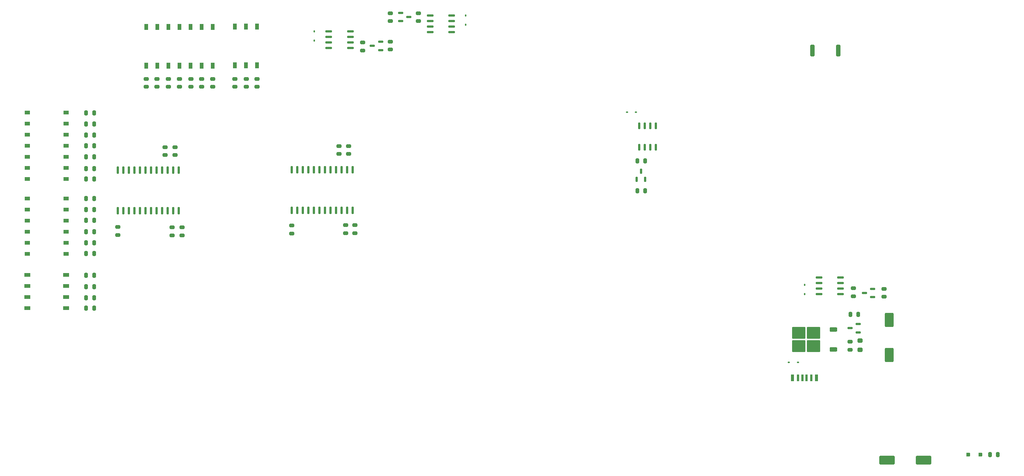
<source format=gbr>
%TF.GenerationSoftware,KiCad,Pcbnew,9.0.2*%
%TF.CreationDate,2025-05-13T16:07:20+08:00*%
%TF.ProjectId,MothBo,4d6f7468-426f-42e6-9b69-6361645f7063,5.0.0*%
%TF.SameCoordinates,Original*%
%TF.FileFunction,Paste,Bot*%
%TF.FilePolarity,Positive*%
%FSLAX46Y46*%
G04 Gerber Fmt 4.6, Leading zero omitted, Abs format (unit mm)*
G04 Created by KiCad (PCBNEW 9.0.2) date 2025-05-13 16:07:20*
%MOMM*%
%LPD*%
G01*
G04 APERTURE LIST*
G04 Aperture macros list*
%AMRoundRect*
0 Rectangle with rounded corners*
0 $1 Rounding radius*
0 $2 $3 $4 $5 $6 $7 $8 $9 X,Y pos of 4 corners*
0 Add a 4 corners polygon primitive as box body*
4,1,4,$2,$3,$4,$5,$6,$7,$8,$9,$2,$3,0*
0 Add four circle primitives for the rounded corners*
1,1,$1+$1,$2,$3*
1,1,$1+$1,$4,$5*
1,1,$1+$1,$6,$7*
1,1,$1+$1,$8,$9*
0 Add four rect primitives between the rounded corners*
20,1,$1+$1,$2,$3,$4,$5,0*
20,1,$1+$1,$4,$5,$6,$7,0*
20,1,$1+$1,$6,$7,$8,$9,0*
20,1,$1+$1,$8,$9,$2,$3,0*%
G04 Aperture macros list end*
%ADD10RoundRect,0.200000X-0.240000X-0.240000X0.240000X-0.240000X0.240000X0.240000X-0.240000X0.240000X0*%
%ADD11RoundRect,0.090000X0.090000X-0.150000X0.090000X0.150000X-0.090000X0.150000X-0.090000X-0.150000X0*%
%ADD12RoundRect,0.200000X-0.360000X0.210000X-0.360000X-0.210000X0.360000X-0.210000X0.360000X0.210000X0*%
%ADD13RoundRect,0.250000X1.275000X1.125000X-1.275000X1.125000X-1.275000X-1.125000X1.275000X-1.125000X0*%
%ADD14RoundRect,0.200000X0.680000X0.280000X-0.680000X0.280000X-0.680000X-0.280000X0.680000X-0.280000X0*%
%ADD15RoundRect,0.200000X-0.210000X-0.360000X0.210000X-0.360000X0.210000X0.360000X-0.210000X0.360000X0*%
%ADD16RoundRect,0.120000X0.470000X0.120000X-0.470000X0.120000X-0.470000X-0.120000X0.470000X-0.120000X0*%
%ADD17RoundRect,0.200000X0.360000X-0.210000X0.360000X0.210000X-0.360000X0.210000X-0.360000X-0.210000X0*%
%ADD18RoundRect,0.200000X0.210000X0.360000X-0.210000X0.360000X-0.210000X-0.360000X0.210000X-0.360000X0*%
%ADD19RoundRect,0.200000X0.380000X-0.270000X0.380000X0.270000X-0.380000X0.270000X-0.380000X-0.270000X0*%
%ADD20RoundRect,0.090000X-0.090000X0.150000X-0.090000X-0.150000X0.090000X-0.150000X0.090000X0.150000X0*%
%ADD21RoundRect,0.120000X0.120000X-0.470000X0.120000X0.470000X-0.120000X0.470000X-0.120000X-0.470000X0*%
%ADD22RoundRect,0.090000X0.150000X0.090000X-0.150000X0.090000X-0.150000X-0.090000X0.150000X-0.090000X0*%
%ADD23R,0.880000X1.360000*%
%ADD24R,1.200000X0.880000*%
%ADD25RoundRect,0.200000X0.380000X-0.200000X0.380000X0.200000X-0.380000X0.200000X-0.380000X-0.200000X0*%
%ADD26RoundRect,0.120000X0.120000X-0.660000X0.120000X0.660000X-0.120000X0.660000X-0.120000X-0.660000X0*%
%ADD27RoundRect,0.120000X-0.660000X-0.120000X0.660000X-0.120000X0.660000X0.120000X-0.660000X0.120000X0*%
%ADD28RoundRect,0.200000X-1.560000X-0.800000X1.560000X-0.800000X1.560000X0.800000X-1.560000X0.800000X0*%
%ADD29RoundRect,0.200000X0.290000X1.140000X-0.290000X1.140000X-0.290000X-1.140000X0.290000X-1.140000X0*%
%ADD30RoundRect,0.060000X-0.180000X0.764000X-0.180000X-0.764000X0.180000X-0.764000X0.180000X0.764000X0*%
%ADD31RoundRect,0.120000X0.660000X0.120000X-0.660000X0.120000X-0.660000X-0.120000X0.660000X-0.120000X0*%
%ADD32R,1.360000X0.880000*%
%ADD33R,0.560000X1.600000*%
%ADD34R,0.608000X1.600000*%
%ADD35R,0.640000X1.600000*%
%ADD36RoundRect,0.120000X-0.470000X-0.120000X0.470000X-0.120000X0.470000X0.120000X-0.470000X0.120000X0*%
%ADD37RoundRect,0.200000X0.800000X-1.400000X0.800000X1.400000X-0.800000X1.400000X-0.800000X-1.400000X0*%
G04 APERTURE END LIST*
D10*
%TO.C,E1*%
X249700000Y-169225671D03*
X252500000Y-169225671D03*
%TD*%
D11*
%TO.C,D36*%
X212180000Y-132373171D03*
X212180000Y-130273171D03*
%TD*%
D12*
%TO.C,R81*%
X230390000Y-131163171D03*
X230390000Y-132988171D03*
%TD*%
D13*
%TO.C,Q2*%
X214225000Y-144360671D03*
X214225000Y-141310671D03*
X210875000Y-144360671D03*
X210875000Y-141310671D03*
D14*
X218850000Y-140555671D03*
X218850000Y-145115671D03*
%TD*%
D15*
%TO.C,R77*%
X173852500Y-101845671D03*
X175677500Y-101845671D03*
%TD*%
D12*
%TO.C,R76*%
X117260000Y-74453171D03*
X117260000Y-76278171D03*
%TD*%
D16*
%TO.C,Q9*%
X114987500Y-74483171D03*
X114987500Y-76383171D03*
X113112500Y-75433171D03*
%TD*%
D12*
%TO.C,R1*%
X222610000Y-143323171D03*
X222610000Y-145148171D03*
%TD*%
%TO.C,R47*%
X69500000Y-117073171D03*
X69500000Y-118898171D03*
%TD*%
%TO.C,R84*%
X107670000Y-98420671D03*
X107670000Y-100245671D03*
%TD*%
D17*
%TO.C,R33*%
X86680000Y-84838171D03*
X86680000Y-83013171D03*
%TD*%
D16*
%TO.C,Q3*%
X224487500Y-139255671D03*
X224487500Y-141155671D03*
X222612500Y-140205671D03*
%TD*%
D17*
%TO.C,R19*%
X84160000Y-84838171D03*
X84160000Y-83013171D03*
%TD*%
D18*
%TO.C,R35*%
X49302500Y-130662290D03*
X47477500Y-130662290D03*
%TD*%
D17*
%TO.C,R32*%
X81600000Y-84838171D03*
X81600000Y-83013171D03*
%TD*%
D18*
%TO.C,R37*%
X49302500Y-100905671D03*
X47477500Y-100905671D03*
%TD*%
D19*
%TO.C,C5*%
X224900000Y-145143171D03*
X224900000Y-143068171D03*
%TD*%
D17*
%TO.C,R30*%
X71460000Y-84838171D03*
X71460000Y-83013171D03*
%TD*%
D18*
%TO.C,R23*%
X49302500Y-98325671D03*
X47477500Y-98325671D03*
%TD*%
D20*
%TO.C,D30*%
X99790000Y-72098171D03*
X99790000Y-74198171D03*
%TD*%
D17*
%TO.C,R31*%
X76480000Y-84838171D03*
X76480000Y-83013171D03*
%TD*%
D21*
%TO.C,Q8*%
X175635000Y-106093171D03*
X173735000Y-106093171D03*
X174685000Y-104218171D03*
%TD*%
D22*
%TO.C,D29*%
X173560000Y-90685671D03*
X171460000Y-90685671D03*
%TD*%
D23*
%TO.C,SW3*%
X86690000Y-79928171D03*
X86690000Y-71028171D03*
X84150000Y-79928171D03*
X84150000Y-71028171D03*
X81610000Y-79928171D03*
X81610000Y-71028171D03*
%TD*%
D24*
%TO.C,SW6*%
X42900000Y-110415671D03*
X34000000Y-110415671D03*
X42900000Y-112955671D03*
X34000000Y-112955671D03*
X42900000Y-115495671D03*
X34000000Y-115495671D03*
X42900000Y-118035671D03*
X34000000Y-118035671D03*
X42900000Y-120575671D03*
X34000000Y-120575671D03*
X42900000Y-123115671D03*
X34000000Y-123115671D03*
%TD*%
D25*
%TO.C,C18*%
X94620000Y-118535671D03*
X94620000Y-116635671D03*
%TD*%
D17*
%TO.C,R78*%
X110852500Y-76470671D03*
X110852500Y-74645671D03*
%TD*%
D26*
%TO.C,U8*%
X178095000Y-98730671D03*
X176825000Y-98730671D03*
X175555000Y-98730671D03*
X174285000Y-98730671D03*
X174285000Y-93780671D03*
X175555000Y-93780671D03*
X176825000Y-93780671D03*
X178095000Y-93780671D03*
%TD*%
D18*
%TO.C,R36*%
X49302500Y-105985671D03*
X47477500Y-105985671D03*
%TD*%
D20*
%TO.C,D31*%
X134490000Y-68455671D03*
X134490000Y-70555671D03*
%TD*%
D17*
%TO.C,R80*%
X117260000Y-69748171D03*
X117260000Y-67923171D03*
%TD*%
D12*
%TO.C,R82*%
X123690000Y-67913171D03*
X123690000Y-69738171D03*
%TD*%
D18*
%TO.C,R2*%
X224522500Y-137065671D03*
X222697500Y-137065671D03*
%TD*%
%TO.C,R75*%
X175657500Y-108665671D03*
X173832500Y-108665671D03*
%TD*%
%TO.C,R22*%
X49302500Y-103565671D03*
X47477500Y-103565671D03*
%TD*%
D27*
%TO.C,U11*%
X126365000Y-72250671D03*
X126365000Y-70980671D03*
X126365000Y-69710671D03*
X126365000Y-68440671D03*
X131315000Y-68440671D03*
X131315000Y-69710671D03*
X131315000Y-70980671D03*
X131315000Y-72250671D03*
%TD*%
D18*
%TO.C,R34*%
X49302500Y-135585671D03*
X47477500Y-135585671D03*
%TD*%
%TO.C,R42*%
X49302500Y-112995671D03*
X47477500Y-112995671D03*
%TD*%
%TO.C,R39*%
X49302500Y-90825671D03*
X47477500Y-90825671D03*
%TD*%
D17*
%TO.C,R86*%
X109110000Y-118398171D03*
X109110000Y-116573171D03*
%TD*%
D18*
%TO.C,R24*%
X49302500Y-93365671D03*
X47477500Y-93365671D03*
%TD*%
D17*
%TO.C,R18*%
X73990000Y-84838171D03*
X73990000Y-83013171D03*
%TD*%
D28*
%TO.C,C1*%
X231080000Y-170525671D03*
X239480000Y-170525671D03*
%TD*%
D18*
%TO.C,R38*%
X49302500Y-95935671D03*
X47477500Y-95935671D03*
%TD*%
D12*
%TO.C,R83*%
X105480000Y-98420671D03*
X105480000Y-100245671D03*
%TD*%
D29*
%TO.C,RJ1*%
X219892500Y-76465671D03*
X213967500Y-76465671D03*
%TD*%
D30*
%TO.C,U12*%
X94645000Y-103873171D03*
X95915000Y-103873171D03*
X97185000Y-103873171D03*
X98455000Y-103873171D03*
X99725000Y-103873171D03*
X100995000Y-103873171D03*
X102265000Y-103873171D03*
X103535000Y-103873171D03*
X104805000Y-103873171D03*
X106075000Y-103873171D03*
X107345000Y-103873171D03*
X108615000Y-103873171D03*
X108615000Y-113153171D03*
X107345000Y-113153171D03*
X106075000Y-113153171D03*
X104805000Y-113153171D03*
X103535000Y-113153171D03*
X102265000Y-113153171D03*
X100995000Y-113153171D03*
X99725000Y-113153171D03*
X98455000Y-113153171D03*
X97185000Y-113153171D03*
X95915000Y-113153171D03*
X94645000Y-113153171D03*
%TD*%
D17*
%TO.C,R28*%
X61230000Y-84838171D03*
X61230000Y-83013171D03*
%TD*%
D31*
%TO.C,U9*%
X108067500Y-72108171D03*
X108067500Y-73378171D03*
X108067500Y-74648171D03*
X108067500Y-75918171D03*
X103117500Y-75918171D03*
X103117500Y-74648171D03*
X103117500Y-73378171D03*
X103117500Y-72108171D03*
%TD*%
D25*
%TO.C,C13*%
X54710000Y-118835671D03*
X54710000Y-116935671D03*
%TD*%
D17*
%TO.C,R29*%
X66320000Y-84838171D03*
X66320000Y-83013171D03*
%TD*%
D32*
%TO.C,SW4*%
X42900000Y-127985671D03*
X34000000Y-127985671D03*
X42900000Y-130525671D03*
X34000000Y-130525671D03*
X42900000Y-133065671D03*
X34000000Y-133065671D03*
X42900000Y-135605671D03*
X34000000Y-135605671D03*
%TD*%
D17*
%TO.C,R50*%
X65600000Y-100498171D03*
X65600000Y-98673171D03*
%TD*%
D23*
%TO.C,SW2*%
X76510000Y-79958171D03*
X76510000Y-71058171D03*
X73970000Y-79958171D03*
X73970000Y-71058171D03*
X71430000Y-79958171D03*
X71430000Y-71058171D03*
X68890000Y-79958171D03*
X68890000Y-71058171D03*
X66350000Y-79958171D03*
X66350000Y-71058171D03*
X63810000Y-79958171D03*
X63810000Y-71058171D03*
X61270000Y-79958171D03*
X61270000Y-71058171D03*
%TD*%
D12*
%TO.C,R48*%
X67210000Y-117073171D03*
X67210000Y-118898171D03*
%TD*%
D33*
%TO.C,J2*%
X212680000Y-151565671D03*
D34*
X210660000Y-151565671D03*
D35*
X209430000Y-151565671D03*
D33*
X211680000Y-151565671D03*
D34*
X213700000Y-151565671D03*
D35*
X214930000Y-151565671D03*
%TD*%
D18*
%TO.C,R25*%
X49302500Y-120575671D03*
X47477500Y-120575671D03*
%TD*%
D31*
%TO.C,U10*%
X220456250Y-128555671D03*
X220456250Y-129825671D03*
X220456250Y-131095671D03*
X220456250Y-132365671D03*
X215506250Y-132365671D03*
X215506250Y-131095671D03*
X215506250Y-129825671D03*
X215506250Y-128555671D03*
%TD*%
D18*
%TO.C,R20*%
X49302500Y-133268909D03*
X47477500Y-133268909D03*
%TD*%
D36*
%TO.C,Q11*%
X119552500Y-69735671D03*
X119552500Y-67835671D03*
X121427500Y-68785671D03*
%TD*%
D17*
%TO.C,R79*%
X223401250Y-132878171D03*
X223401250Y-131053171D03*
%TD*%
D22*
%TO.C,E3*%
X210660000Y-148055671D03*
X208560000Y-148055671D03*
%TD*%
D30*
%TO.C,U13*%
X54705000Y-103963171D03*
X55975000Y-103963171D03*
X57245000Y-103963171D03*
X58515000Y-103963171D03*
X59785000Y-103963171D03*
X61055000Y-103963171D03*
X62325000Y-103963171D03*
X63595000Y-103963171D03*
X64865000Y-103963171D03*
X66135000Y-103963171D03*
X67405000Y-103963171D03*
X68675000Y-103963171D03*
X68675000Y-113243171D03*
X67405000Y-113243171D03*
X66135000Y-113243171D03*
X64865000Y-113243171D03*
X63595000Y-113243171D03*
X62325000Y-113243171D03*
X61055000Y-113243171D03*
X59785000Y-113243171D03*
X58515000Y-113243171D03*
X57245000Y-113243171D03*
X55975000Y-113243171D03*
X54705000Y-113243171D03*
%TD*%
D18*
%TO.C,R26*%
X49302500Y-115485671D03*
X47477500Y-115485671D03*
%TD*%
D17*
%TO.C,R17*%
X68890000Y-84838171D03*
X68890000Y-83013171D03*
%TD*%
%TO.C,R85*%
X106970000Y-118388171D03*
X106970000Y-116563171D03*
%TD*%
D37*
%TO.C,C4*%
X231630000Y-146335671D03*
X231630000Y-138335671D03*
%TD*%
D17*
%TO.C,R16*%
X63750000Y-84838171D03*
X63750000Y-83013171D03*
%TD*%
D18*
%TO.C,R3*%
X256522500Y-169215671D03*
X254697500Y-169215671D03*
%TD*%
%TO.C,R27*%
X49302500Y-110455671D03*
X47477500Y-110455671D03*
%TD*%
D16*
%TO.C,Q10*%
X227817500Y-131163171D03*
X227817500Y-133063171D03*
X225942500Y-132113171D03*
%TD*%
D17*
%TO.C,R49*%
X67830000Y-100488171D03*
X67830000Y-98663171D03*
%TD*%
D18*
%TO.C,R21*%
X49302500Y-128055671D03*
X47477500Y-128055671D03*
%TD*%
D24*
%TO.C,SW5*%
X42900000Y-90765671D03*
X34000000Y-90765671D03*
X42900000Y-93305671D03*
X34000000Y-93305671D03*
X42900000Y-95845671D03*
X34000000Y-95845671D03*
X42900000Y-98385671D03*
X34000000Y-98385671D03*
X42900000Y-100925671D03*
X34000000Y-100925671D03*
X42900000Y-103465671D03*
X34000000Y-103465671D03*
X42900000Y-106005671D03*
X34000000Y-106005671D03*
%TD*%
D18*
%TO.C,R41*%
X49302500Y-118045671D03*
X47477500Y-118045671D03*
%TD*%
%TO.C,R40*%
X49302500Y-123105671D03*
X47477500Y-123105671D03*
%TD*%
M02*

</source>
